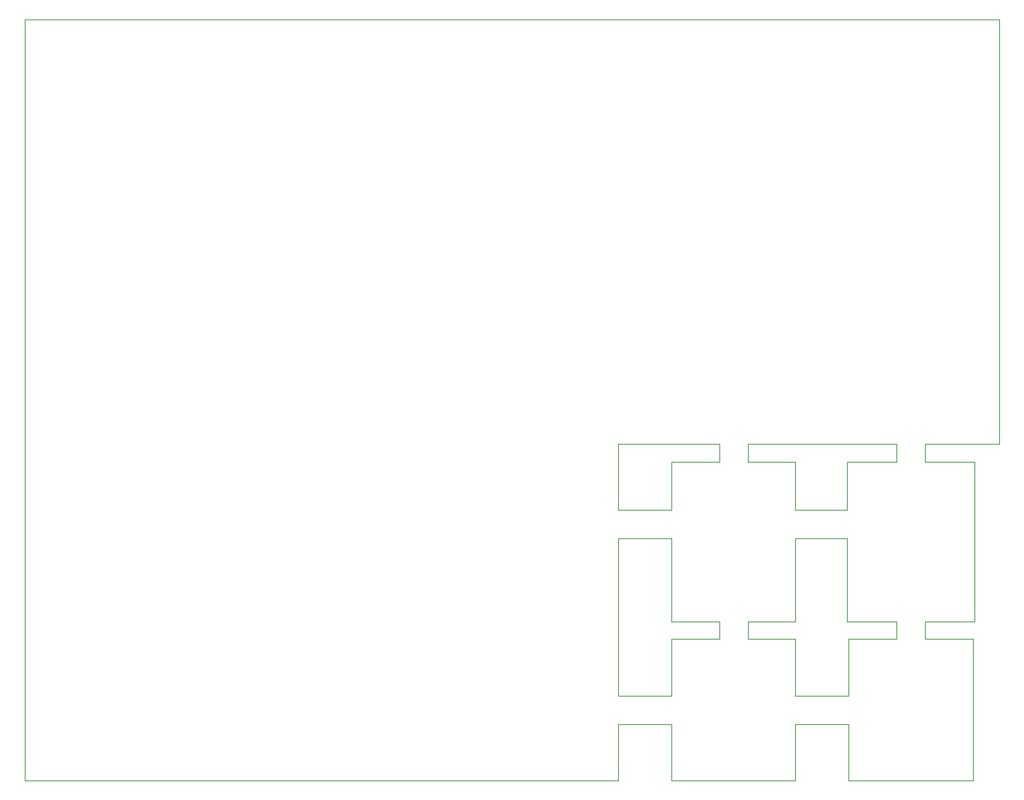
<source format=gbr>
%TF.GenerationSoftware,KiCad,Pcbnew,9.0.2*%
%TF.CreationDate,2025-06-30T01:24:13-05:00*%
%TF.ProjectId,STEVEannouncer,53544556-4561-46e6-9e6f-756e6365722e,rev?*%
%TF.SameCoordinates,PX52f83c0PY90f5600*%
%TF.FileFunction,Profile,NP*%
%FSLAX46Y46*%
G04 Gerber Fmt 4.6, Leading zero omitted, Abs format (unit mm)*
G04 Created by KiCad (PCBNEW 9.0.2) date 2025-06-30 01:24:13*
%MOMM*%
%LPD*%
G01*
G04 APERTURE LIST*
%TA.AperFunction,Profile*%
%ADD10C,0.050000*%
%TD*%
G04 APERTURE END LIST*
D10*
X107000000Y0D02*
X105000000Y0D01*
X78400000Y18000000D02*
X78400000Y16000000D01*
X78400000Y36000000D02*
X78400000Y38000000D01*
X67000000Y30600000D02*
X67000000Y38000000D01*
X107200000Y36000000D02*
X107200000Y18000000D01*
X101600000Y16000000D02*
X101600000Y18000000D01*
X73000000Y27400000D02*
X73000000Y18000000D01*
X98400000Y38000000D02*
X81600000Y38000000D01*
X67000000Y0D02*
X67000000Y6400000D01*
X92800000Y36000000D02*
X92800000Y30600000D01*
X93000000Y16000000D02*
X98400000Y16000000D01*
X81600000Y36000000D02*
X87000000Y36000000D01*
X73000000Y16000000D02*
X78400000Y16000000D01*
X87000000Y30600000D02*
X92800000Y30600000D01*
X98400000Y36000000D02*
X98400000Y38000000D01*
X73000000Y18000000D02*
X78400000Y18000000D01*
X93000000Y0D02*
X95000000Y0D01*
X67000000Y9600000D02*
X73000000Y9600000D01*
X101600000Y18000000D02*
X107200000Y18000000D01*
X92800000Y18000000D02*
X98400000Y18000000D01*
X110000000Y86000000D02*
X104000000Y86000000D01*
X81600000Y16000000D02*
X87000000Y16000000D01*
X110000000Y38000000D02*
X110000000Y86000000D01*
X107000000Y16000000D02*
X107000000Y0D01*
X67000000Y27400000D02*
X67000000Y9600000D01*
X107000000Y16000000D02*
X101600000Y16000000D01*
X87000000Y9600000D02*
X87000000Y16000000D01*
X92800000Y36000000D02*
X98400000Y36000000D01*
X73000000Y30600000D02*
X67000000Y30600000D01*
X81600000Y18000000D02*
X87000000Y18000000D01*
X73000000Y6400000D02*
X73000000Y0D01*
X0Y0D02*
X67000000Y0D01*
X81600000Y18000000D02*
X81600000Y16000000D01*
X92800000Y27400000D02*
X92800000Y18000000D01*
X85000000Y0D02*
X87000000Y0D01*
X67000000Y6400000D02*
X73000000Y6400000D01*
X101600000Y38000000D02*
X110000000Y38000000D01*
X87000000Y6400000D02*
X87000000Y0D01*
X98400000Y18000000D02*
X98400000Y16000000D01*
X78400000Y36000000D02*
X73000000Y36000000D01*
X75000000Y0D02*
X73000000Y0D01*
X81600000Y38000000D02*
X81600000Y36000000D01*
X87000000Y27400000D02*
X92800000Y27400000D01*
X87000000Y6400000D02*
X93000000Y6400000D01*
X87000000Y9600000D02*
X93000000Y9600000D01*
X87000000Y36000000D02*
X87000000Y30600000D01*
X73000000Y27400000D02*
X67000000Y27400000D01*
X73000000Y36000000D02*
X73000000Y30600000D01*
X101600000Y36000000D02*
X107200000Y36000000D01*
X93000000Y6400000D02*
X93000000Y0D01*
X73000000Y9600000D02*
X73000000Y16000000D01*
X101600000Y38000000D02*
X101600000Y36000000D01*
X87000000Y27400000D02*
X87000000Y18000000D01*
X67000000Y38000000D02*
X78400000Y38000000D01*
X0Y0D02*
X0Y86000000D01*
X93000000Y16000000D02*
X93000000Y9600000D01*
X94000000Y86000000D02*
X0Y86000000D01*
%TO.C,RV402*%
X95000000Y0D02*
X105000000Y0D01*
%TO.C,RV401*%
X75000000Y0D02*
X85000000Y0D01*
%TO.C,J201*%
X104000000Y86000000D02*
X94000000Y86000000D01*
%TD*%
M02*

</source>
